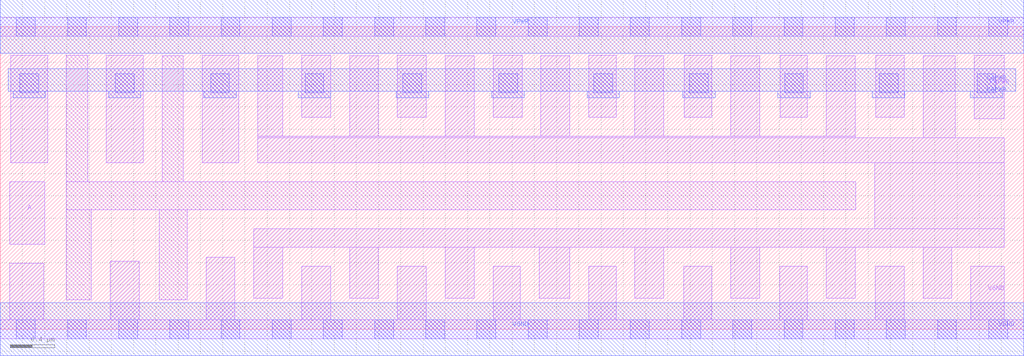
<source format=lef>
# Copyright 2020 The SkyWater PDK Authors
#
# Licensed under the Apache License, Version 2.0 (the "License");
# you may not use this file except in compliance with the License.
# You may obtain a copy of the License at
#
#     https://www.apache.org/licenses/LICENSE-2.0
#
# Unless required by applicable law or agreed to in writing, software
# distributed under the License is distributed on an "AS IS" BASIS,
# WITHOUT WARRANTIES OR CONDITIONS OF ANY KIND, either express or implied.
# See the License for the specific language governing permissions and
# limitations under the License.
#
# SPDX-License-Identifier: Apache-2.0

VERSION 5.7 ;
  NAMESCASESENSITIVE ON ;
  NOWIREEXTENSIONATPIN ON ;
  DIVIDERCHAR "/" ;
  BUSBITCHARS "[]" ;
UNITS
  DATABASE MICRONS 200 ;
END UNITS
MACRO sky130_fd_sc_hd__lpflow_clkbufkapwr_16
  CLASS CORE ;
  SOURCE USER ;
  FOREIGN sky130_fd_sc_hd__lpflow_clkbufkapwr_16 ;
  ORIGIN  0.000000  0.000000 ;
  SIZE  9.200000 BY  2.720000 ;
  SYMMETRY X Y R90 ;
  SITE unithd ;
  PIN A
    ANTENNAGATEAREA  0.852000 ;
    DIRECTION INPUT ;
    USE SIGNAL ;
    PORT
      LAYER li1 ;
        RECT 0.085000 0.765000 0.400000 1.325000 ;
    END
  END A
  PIN X
    ANTENNADIFFAREA  3.180800 ;
    DIRECTION OUTPUT ;
    USE SIGNAL ;
    PORT
      LAYER li1 ;
        RECT 2.280000 0.280000 2.540000 0.735000 ;
        RECT 2.280000 0.735000 9.025000 0.905000 ;
        RECT 2.315000 1.495000 9.025000 1.720000 ;
        RECT 2.315000 1.720000 7.685000 1.735000 ;
        RECT 2.315000 1.735000 2.540000 2.460000 ;
        RECT 3.140000 0.280000 3.400000 0.735000 ;
        RECT 3.140000 1.735000 3.400000 2.460000 ;
        RECT 4.000000 0.280000 4.260000 0.735000 ;
        RECT 4.000000 1.735000 4.260000 2.460000 ;
        RECT 4.845000 0.280000 5.120000 0.735000 ;
        RECT 4.860000 1.735000 5.120000 2.460000 ;
        RECT 5.705000 0.280000 5.965000 0.735000 ;
        RECT 5.705000 1.735000 5.965000 2.460000 ;
        RECT 6.565000 0.280000 6.825000 0.735000 ;
        RECT 6.565000 1.735000 6.825000 2.460000 ;
        RECT 7.425000 0.280000 7.685000 0.735000 ;
        RECT 7.425000 1.735000 7.685000 2.460000 ;
        RECT 7.860000 0.905000 9.025000 1.495000 ;
        RECT 8.295000 0.280000 8.555000 0.735000 ;
        RECT 8.295000 1.720000 8.585000 2.460000 ;
    END
  END X
  PIN KAPWR
    DIRECTION INOUT ;
    SHAPE ABUTMENT ;
    USE POWER ;
    PORT
      LAYER li1 ;
        RECT 0.095000 1.495000 0.425000 2.465000 ;
        RECT 0.955000 1.495000 1.285000 2.465000 ;
        RECT 1.815000 1.495000 2.145000 2.465000 ;
        RECT 2.710000 1.905000 2.970000 2.465000 ;
        RECT 3.570000 1.905000 3.830000 2.465000 ;
        RECT 4.430000 1.905000 4.690000 2.465000 ;
        RECT 5.290000 1.905000 5.535000 2.465000 ;
        RECT 6.150000 1.905000 6.395000 2.465000 ;
        RECT 7.010000 1.905000 7.255000 2.465000 ;
        RECT 7.870000 1.905000 8.125000 2.465000 ;
        RECT 8.755000 1.890000 9.025000 2.465000 ;
      LAYER mcon ;
        RECT 0.175000 2.125000 0.345000 2.295000 ;
        RECT 1.035000 2.125000 1.205000 2.295000 ;
        RECT 1.890000 2.125000 2.060000 2.295000 ;
        RECT 2.740000 2.125000 2.910000 2.295000 ;
        RECT 3.620000 2.125000 3.790000 2.295000 ;
        RECT 4.480000 2.125000 4.650000 2.295000 ;
        RECT 5.335000 2.125000 5.505000 2.295000 ;
        RECT 6.195000 2.125000 6.365000 2.295000 ;
        RECT 7.050000 2.125000 7.220000 2.295000 ;
        RECT 7.900000 2.125000 8.070000 2.295000 ;
        RECT 8.780000 2.125000 8.950000 2.295000 ;
      LAYER met1 ;
        RECT 0.070000 2.140000 9.130000 2.340000 ;
        RECT 0.115000 2.080000 0.405000 2.140000 ;
        RECT 0.975000 2.080000 1.265000 2.140000 ;
        RECT 1.830000 2.080000 2.120000 2.140000 ;
        RECT 2.680000 2.080000 2.970000 2.140000 ;
        RECT 3.560000 2.080000 3.850000 2.140000 ;
        RECT 4.420000 2.080000 4.710000 2.140000 ;
        RECT 5.275000 2.080000 5.565000 2.140000 ;
        RECT 6.135000 2.080000 6.425000 2.140000 ;
        RECT 6.990000 2.080000 7.280000 2.140000 ;
        RECT 7.840000 2.080000 8.130000 2.140000 ;
        RECT 8.720000 2.080000 9.010000 2.140000 ;
    END
  END KAPWR
  PIN VGND
    DIRECTION INOUT ;
    SHAPE ABUTMENT ;
    USE GROUND ;
    PORT
      LAYER li1 ;
        RECT 0.000000 -0.085000 9.200000 0.085000 ;
        RECT 0.085000  0.085000 0.390000 0.595000 ;
        RECT 0.990000  0.085000 1.250000 0.610000 ;
        RECT 1.850000  0.085000 2.110000 0.645000 ;
        RECT 2.710000  0.085000 2.970000 0.565000 ;
        RECT 3.570000  0.085000 3.830000 0.565000 ;
        RECT 4.430000  0.085000 4.675000 0.565000 ;
        RECT 5.290000  0.085000 5.535000 0.565000 ;
        RECT 6.145000  0.085000 6.395000 0.565000 ;
        RECT 7.005000  0.085000 7.255000 0.565000 ;
        RECT 7.865000  0.085000 8.125000 0.565000 ;
        RECT 8.725000  0.085000 9.025000 0.565000 ;
      LAYER mcon ;
        RECT 0.145000 -0.085000 0.315000 0.085000 ;
        RECT 0.605000 -0.085000 0.775000 0.085000 ;
        RECT 1.065000 -0.085000 1.235000 0.085000 ;
        RECT 1.525000 -0.085000 1.695000 0.085000 ;
        RECT 1.985000 -0.085000 2.155000 0.085000 ;
        RECT 2.445000 -0.085000 2.615000 0.085000 ;
        RECT 2.905000 -0.085000 3.075000 0.085000 ;
        RECT 3.365000 -0.085000 3.535000 0.085000 ;
        RECT 3.825000 -0.085000 3.995000 0.085000 ;
        RECT 4.285000 -0.085000 4.455000 0.085000 ;
        RECT 4.745000 -0.085000 4.915000 0.085000 ;
        RECT 5.205000 -0.085000 5.375000 0.085000 ;
        RECT 5.665000 -0.085000 5.835000 0.085000 ;
        RECT 6.125000 -0.085000 6.295000 0.085000 ;
        RECT 6.585000 -0.085000 6.755000 0.085000 ;
        RECT 7.045000 -0.085000 7.215000 0.085000 ;
        RECT 7.505000 -0.085000 7.675000 0.085000 ;
        RECT 7.965000 -0.085000 8.135000 0.085000 ;
        RECT 8.425000 -0.085000 8.595000 0.085000 ;
        RECT 8.885000 -0.085000 9.055000 0.085000 ;
      LAYER met1 ;
        RECT 0.000000 -0.240000 9.200000 0.240000 ;
    END
  END VGND
  PIN VPWR
    DIRECTION INOUT ;
    SHAPE ABUTMENT ;
    USE POWER ;
    PORT
      LAYER li1 ;
        RECT 0.000000 2.635000 9.200000 2.805000 ;
      LAYER mcon ;
        RECT 0.145000 2.635000 0.315000 2.805000 ;
        RECT 0.605000 2.635000 0.775000 2.805000 ;
        RECT 1.065000 2.635000 1.235000 2.805000 ;
        RECT 1.525000 2.635000 1.695000 2.805000 ;
        RECT 1.985000 2.635000 2.155000 2.805000 ;
        RECT 2.445000 2.635000 2.615000 2.805000 ;
        RECT 2.905000 2.635000 3.075000 2.805000 ;
        RECT 3.365000 2.635000 3.535000 2.805000 ;
        RECT 3.825000 2.635000 3.995000 2.805000 ;
        RECT 4.285000 2.635000 4.455000 2.805000 ;
        RECT 4.745000 2.635000 4.915000 2.805000 ;
        RECT 5.205000 2.635000 5.375000 2.805000 ;
        RECT 5.665000 2.635000 5.835000 2.805000 ;
        RECT 6.125000 2.635000 6.295000 2.805000 ;
        RECT 6.585000 2.635000 6.755000 2.805000 ;
        RECT 7.045000 2.635000 7.215000 2.805000 ;
        RECT 7.505000 2.635000 7.675000 2.805000 ;
        RECT 7.965000 2.635000 8.135000 2.805000 ;
        RECT 8.425000 2.635000 8.595000 2.805000 ;
        RECT 8.885000 2.635000 9.055000 2.805000 ;
      LAYER met1 ;
        RECT 0.000000 2.480000 9.200000 2.960000 ;
    END
  END VPWR
  OBS
    LAYER li1 ;
      RECT 0.595000 0.265000 0.820000 1.075000 ;
      RECT 0.595000 1.075000 7.690000 1.325000 ;
      RECT 0.595000 1.325000 0.785000 2.465000 ;
      RECT 1.430000 0.265000 1.680000 1.075000 ;
      RECT 1.455000 1.325000 1.645000 2.460000 ;
  END
END sky130_fd_sc_hd__lpflow_clkbufkapwr_16

</source>
